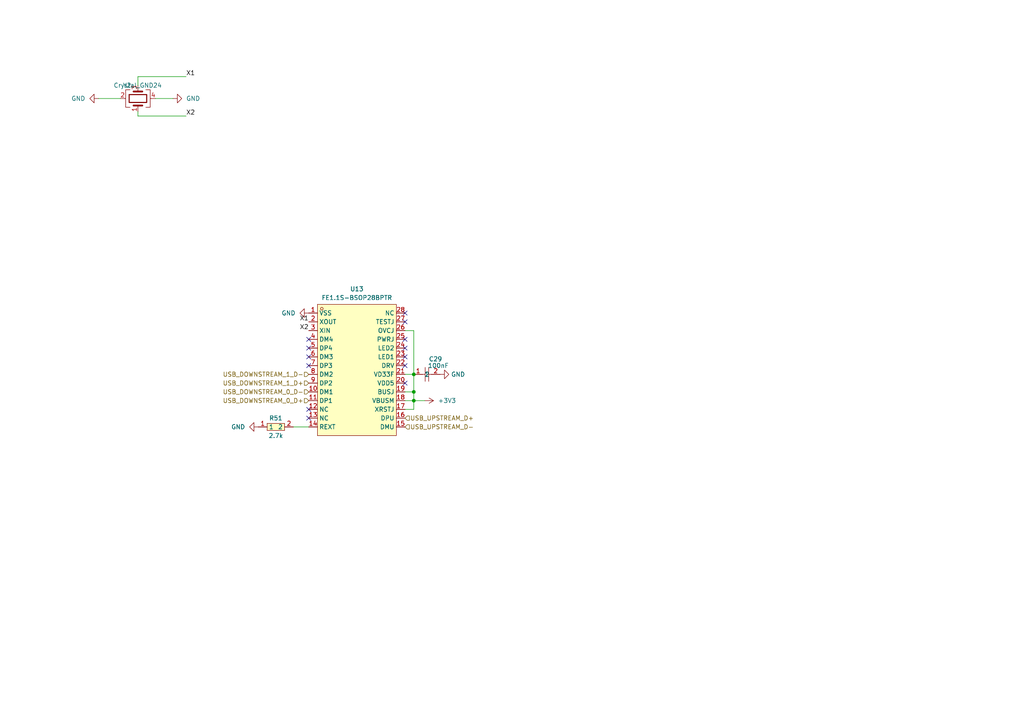
<source format=kicad_sch>
(kicad_sch (version 20230121) (generator eeschema)
  (paper "A4")
  (title_block (title "Frankenstein Controller") (company "wirkbetrieb.net / Tom Eichhorn"))
  (lib_symbols
    (symbol "Device:Crystal_GND24" (pin_names (offset 1.016) hide)
      (property "Reference" "Y" (at 3.175 5.08 0))
      (property "Value" "Crystal_GND24" (at 3.175 3.175 0))
      (symbol "Crystal_GND24_0_1"
        (rectangle (start -1.143 2.54) (end 1.143 -2.54) (stroke (width 0.3048)))
        (polyline (pts (xy -2.54 0) (xy -2.032 0)))
        (polyline (pts (xy -2.032 -1.27) (xy -2.032 1.27)) (stroke (width 0.508)))
        (polyline (pts (xy 0 -3.81) (xy 0 -3.556)))
        (polyline (pts (xy 0 3.556) (xy 0 3.81)))
        (polyline (pts (xy 2.032 -1.27) (xy 2.032 1.27)) (stroke (width 0.508)))
        (polyline (pts (xy 2.032 0) (xy 2.54 0)))
        (polyline (pts (xy -2.54 -2.286) (xy -2.54 -3.556) (xy 2.54 -3.556) (xy 2.54 -2.286)))
        (polyline (pts (xy -2.54 2.286) (xy -2.54 3.556) (xy 2.54 3.556) (xy 2.54 2.286)))
      )
      (symbol "Crystal_GND24_1_1"
        (pin passive line (at -3.81 0 0) (length 1.27) (name "1") (number "1"))
        (pin passive line (at 0 5.08 270) (length 1.27) (name "2") (number "2"))
        (pin passive line (at 3.81 0 180) (length 1.27) (name "3") (number "3"))
        (pin passive line (at 0 -5.08 90) (length 1.27) (name "4") (number "4"))
      )
    )
    (symbol "easyeda2kicad:0805W8F2701T5E"
      (property "Reference" "R" (at 0 5.08 0))
      (property "Value" "0805W8F2701T5E" (at 0 -5.08 0))
      (symbol "0805W8F2701T5E_0_1"
        (rectangle (start -2.54 1.02) (end 2.54 -1.02) (fill (type background)))
        (pin input line (at -5.08 0 0) (length 2.54) (name "1") (number "1"))
        (pin input line (at 5.08 0 180) (length 2.54) (name "2") (number "2"))
      )
    )
    (symbol "easyeda2kicad:CC0805KRX7R9BB104"
      (property "Reference" "C" (at 0 5.08 0))
      (property "Value" "CC0805KRX7R9BB104" (at 0 -5.08 0))
      (symbol "CC0805KRX7R9BB104_0_1"
        (polyline (pts (xy -1.27 0) (xy -0.51 0)))
        (polyline (pts (xy -0.51 2.03) (xy -0.51 -2.03)))
        (polyline (pts (xy 0.51 0) (xy 1.27 0)))
        (polyline (pts (xy 0.51 2.03) (xy 0.51 -2.03)))
        (pin input line (at -3.81 0 0) (length 2.54) (name "1") (number "1"))
        (pin input line (at 3.81 0 180) (length 2.54) (name "2") (number "2"))
      )
    )
    (symbol "easyeda2kicad:FE1.1S-BSOP28BPTR"
      (property "Reference" "U" (at 0 21.59 0))
      (property "Value" "FE1.1S-BSOP28BPTR" (at 0 -21.59 0))
      (symbol "FE1.1S-BSOP28BPTR_0_1"
        (rectangle (start -11.43 19.05) (end 11.43 -19.05) (fill (type background)))
        (circle (center -10.16 17.78) (radius 0.38))
        (pin unspecified line (at -13.97 16.51 0) (length 2.54) (name "VSS") (number "1"))
        (pin unspecified line (at -13.97 -6.35 0) (length 2.54) (name "DM1") (number "10"))
        (pin unspecified line (at -13.97 -8.89 0) (length 2.54) (name "DP1") (number "11"))
        (pin unspecified line (at -13.97 -11.43 0) (length 2.54) (name "NC") (number "12"))
        (pin unspecified line (at -13.97 -13.97 0) (length 2.54) (name "NC") (number "13"))
        (pin unspecified line (at -13.97 -16.51 0) (length 2.54) (name "REXT") (number "14"))
        (pin unspecified line (at 13.97 -16.51 180) (length 2.54) (name "DMU") (number "15"))
        (pin unspecified line (at 13.97 -13.97 180) (length 2.54) (name "DPU") (number "16"))
        (pin unspecified line (at 13.97 -11.43 180) (length 2.54) (name "XRSTJ") (number "17"))
        (pin unspecified line (at 13.97 -8.89 180) (length 2.54) (name "VBUSM") (number "18"))
        (pin unspecified line (at 13.97 -6.35 180) (length 2.54) (name "BUSJ") (number "19"))
        (pin unspecified line (at -13.97 13.97 0) (length 2.54) (name "XOUT") (number "2"))
        (pin unspecified line (at 13.97 -3.81 180) (length 2.54) (name "VDD5") (number "20"))
        (pin unspecified line (at 13.97 -1.27 180) (length 2.54) (name "VD33F") (number "21"))
        (pin unspecified line (at 13.97 1.27 180) (length 2.54) (name "DRV") (number "22"))
        (pin unspecified line (at 13.97 3.81 180) (length 2.54) (name "LED1") (number "23"))
        (pin unspecified line (at 13.97 6.35 180) (length 2.54) (name "LED2") (number "24"))
        (pin unspecified line (at 13.97 8.89 180) (length 2.54) (name "PWRJ") (number "25"))
        (pin unspecified line (at 13.97 11.43 180) (length 2.54) (name "OVCJ") (number "26"))
        (pin unspecified line (at 13.97 13.97 180) (length 2.54) (name "TESTJ") (number "27"))
        (pin unspecified line (at 13.97 16.51 180) (length 2.54) (name "NC") (number "28"))
        (pin unspecified line (at -13.97 11.43 0) (length 2.54) (name "XIN") (number "3"))
        (pin unspecified line (at -13.97 8.89 0) (length 2.54) (name "DM4") (number "4"))
        (pin unspecified line (at -13.97 6.35 0) (length 2.54) (name "DP4") (number "5"))
        (pin unspecified line (at -13.97 3.81 0) (length 2.54) (name "DM3") (number "6"))
        (pin unspecified line (at -13.97 1.27 0) (length 2.54) (name "DP3") (number "7"))
        (pin unspecified line (at -13.97 -1.27 0) (length 2.54) (name "DM2") (number "8"))
        (pin unspecified line (at -13.97 -3.81 0) (length 2.54) (name "DP2") (number "9"))
      )
    )
    (symbol "power:+3V3" (power) (pin_names (offset 0))
      (property "Value" "+3V3" (at 0 3.556 0))
      (symbol "+3V3_0_1"
        (polyline (pts (xy -0.762 1.27) (xy 0 2.54)))
        (polyline (pts (xy 0 0) (xy 0 2.54)))
        (polyline (pts (xy 0 2.54) (xy 0.762 1.27)))
      )
      (symbol "+3V3_1_1"
        (pin power_in line (at 0 0 90) (length 0) hide (name "+3V3") (number "1"))
      )
    )
    (symbol "power:GND" (power) (pin_names (offset 0))
      (property "Value" "GND" (at 0 -3.81 0))
      (symbol "GND_0_1"
        (polyline (pts (xy 0 0) (xy 0 -1.27) (xy 1.27 -1.27) (xy 0 -2.54) (xy -1.27 -1.27) (xy 0 -1.27)))
      )
      (symbol "GND_1_1"
        (pin power_in line (at 0 0 270) (length 0) hide (name "GND") (number "1"))
      )
    )
  )
  (junction (at 120.015 113.665))
  (junction (at 120.015 116.205))
  (junction (at 120.015 108.585))
  (no_connect (at 117.475 100.965))
  (no_connect (at 89.535 103.505))
  (no_connect (at 117.475 90.805))
  (no_connect (at 117.475 93.345))
  (no_connect (at 89.535 100.965))
  (no_connect (at 117.475 106.045))
  (no_connect (at 89.535 106.045))
  (no_connect (at 117.475 98.425))
  (no_connect (at 89.535 121.285))
  (no_connect (at 117.475 103.505))
  (no_connect (at 117.475 111.125))
  (no_connect (at 89.535 118.745))
  (no_connect (at 89.535 98.425))
  (wire (pts (xy 40.005 32.385) (xy 40.005 33.655)))
  (wire (pts (xy 120.015 113.665) (xy 120.015 116.205)))
  (wire (pts (xy 117.475 108.585) (xy 120.015 108.585)))
  (wire (pts (xy 120.015 95.885) (xy 120.015 108.585)))
  (wire (pts (xy 120.015 118.745) (xy 120.015 116.205)))
  (wire (pts (xy 40.005 33.655) (xy 53.975 33.655)))
  (wire (pts (xy 45.085 28.575) (xy 50.165 28.575)))
  (wire (pts (xy 28.575 28.575) (xy 34.925 28.575)))
  (wire (pts (xy 117.475 95.885) (xy 120.015 95.885)))
  (wire (pts (xy 117.475 113.665) (xy 120.015 113.665)))
  (wire (pts (xy 120.015 108.585) (xy 120.015 113.665)))
  (wire (pts (xy 40.005 22.225) (xy 53.975 22.225)))
  (wire (pts (xy 120.015 116.205) (xy 123.19 116.205)))
  (wire (pts (xy 85.09 123.825) (xy 89.535 123.825)))
  (wire (pts (xy 40.005 22.225) (xy 40.005 24.765)))
  (wire (pts (xy 117.475 118.745) (xy 120.015 118.745)))
  (wire (pts (xy 117.475 116.205) (xy 120.015 116.205)))
  (label "X1" (at 89.535 93.345 180))
  (label "X2" (at 89.535 95.885 180))
  (label "X2" (at 53.975 33.655 0))
  (label "X1" (at 53.975 22.225 0))
  (hierarchical_label "USB_DOWNSTREAM_0_D+" (shape input) (at 89.535 116.205 180))
  (hierarchical_label "USB_DOWNSTREAM_1_D-" (shape input) (at 89.535 108.585 180))
  (hierarchical_label "USB_DOWNSTREAM_1_D+" (shape input) (at 89.535 111.125 180))
  (hierarchical_label "USB_UPSTREAM_D+" (shape input) (at 117.475 121.285 0))
  (hierarchical_label "USB_UPSTREAM_D-" (shape input) (at 117.475 123.825 0))
  (hierarchical_label "USB_DOWNSTREAM_0_D-" (shape input) (at 89.535 113.665 180))
  (symbol (lib_id "Device:Crystal_GND24") (at 40.005 28.575 90) (unit 1)
    (property "Reference" "Y2" (at 38.1 24.765 90) (effects (justify left)))
    (property "Value" "Crystal_GND24" (at 46.99 24.765 90) (effects (justify left)))
    (property "Footprint" "Crystal:Crystal_SMD_3225-4Pin_3.2x2.5mm" (effects hide))
    (property "LCSC" "C9002" (effects hide))
    (instances (project "frankenstein_enlarger_controller" (path "" (reference "Y2") (unit 1))) (project "tomclock" (path "" (reference "Y1") (unit 1))))
  )
  (symbol (lib_id "power:+3V3") (at 123.19 116.205 270) (unit 1)
    (property "Reference" "#PWR061" (effects hide))
    (property "Value" "+3V3" (at 127 116.205 90) (effects (justify left)))
  )
  (symbol (lib_id "power:GND") (at 50.165 28.575 90) (unit 1)
    (property "Reference" "#PWR058" (effects hide))
    (property "Value" "GND" (at 53.975 28.5749 90) (effects (justify right)))
    (instances (project "frankenstein_enlarger_controller" (path "" (reference "#PWR058") (unit 1))) (project "tomclock" (path "" (reference "#PWR0120") (unit 1))))
  )
  (symbol (lib_id "easyeda2kicad:FE1.1S-BSOP28BPTR") (at 103.505 107.315 0) (unit 1)
    (property "Reference" "U13" (at 103.505 83.82 0))
    (property "Value" "FE1.1S-BSOP28BPTR" (at 103.505 86.36 0))
    (property "Footprint" "easyeda2kicad:SSOP-28_L9.9-W3.9-P0.64-LS6.0-BL" (effects hide))
    (property "LCSC Part" "C6706491" (effects hide))
  )
  (symbol (lib_id "easyeda2kicad:0805W8F2701T5E") (at 80.01 123.825 0) (unit 1)
    (property "Reference" "R51" (at 80.01 121.285 0))
    (property "Value" "2.7k" (at 80.01 126.365 0))
    (property "Footprint" "easyeda2kicad:R0805" (effects hide))
    (property "Datasheet" "https://lcsc.com/product-detail/Chip-Resistor-Surface-Mount-UniOhm_2-7KR-2701-1_C17530.html" (effects hide))
    (property "LCSC Part" "C17530" (effects hide))
  )
  (symbol (lib_id "power:GND") (at 74.93 123.825 270) (unit 1)
    (property "Reference" "#PWR062" (effects hide))
    (property "Value" "GND" (at 71.12 123.825 90) (effects (justify right)))
  )
  (symbol (lib_id "power:GND") (at 127.635 108.585 90) (unit 1)
    (property "Reference" "#PWR060" (effects hide))
    (property "Value" "GND" (at 130.81 108.585 90) (effects (justify right)))
  )
  (symbol (lib_id "power:GND") (at 89.535 90.805 270) (unit 1)
    (property "Reference" "#PWR059" (effects hide))
    (property "Value" "GND" (at 85.725 90.805 90) (effects (justify right)))
  )
  (symbol (lib_id "power:GND") (at 28.575 28.575 270) (unit 1)
    (property "Reference" "#PWR057" (effects hide))
    (property "Value" "GND" (at 24.765 28.5749 90) (effects (justify right)))
    (instances (project "frankenstein_enlarger_controller" (path "" (reference "#PWR057") (unit 1))) (project "tomclock" (path "" (reference "#PWR0121") (unit 1))))
  )
  (symbol (lib_id "easyeda2kicad:CC0805KRX7R9BB104") (at 123.825 108.585 0) (unit 1)
    (property "Reference" "C29" (at 128.27 104.14 0) (effects (justify right)))
    (property "Value" "100nF" (at 130.175 106.045 0) (effects (justify right)))
    (property "Footprint" "easyeda2kicad:C0805" (effects hide))
    (property "Datasheet" "https://lcsc.com/product-detail/Multilayer-Ceramic-Capacitors-MLCC-SMD-SMT_100nF-104-10-50V_C49678.html" (effects hide))
    (property "Manufacturer" "YAGEO(国巨)" (effects hide))
    (property "LCSC Part" "C49678" (effects hide))
    (property "JLC Part" "Basic Part" (effects hide))
  )
)
</source>
